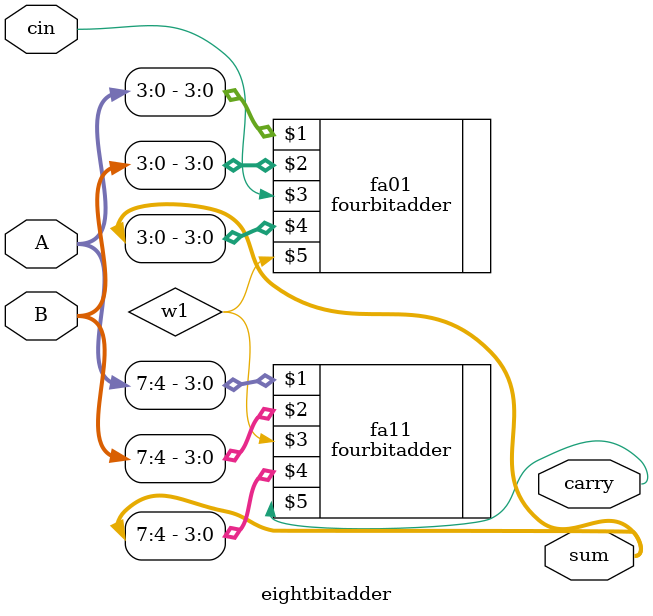
<source format=v>
`include "4bit_FA.v"
module eightbitadder(A,B,cin,sum,carry);

input [7:0]A,B;input cin;
output [7:0] sum;output carry;
wire w1;

fourbitadder fa01(A[3:0],B[3:0],cin,sum[3:0],w1);
fourbitadder fa11(A[7:4],B[7:4],w1,sum[7:4],carry);

endmodule



</source>
